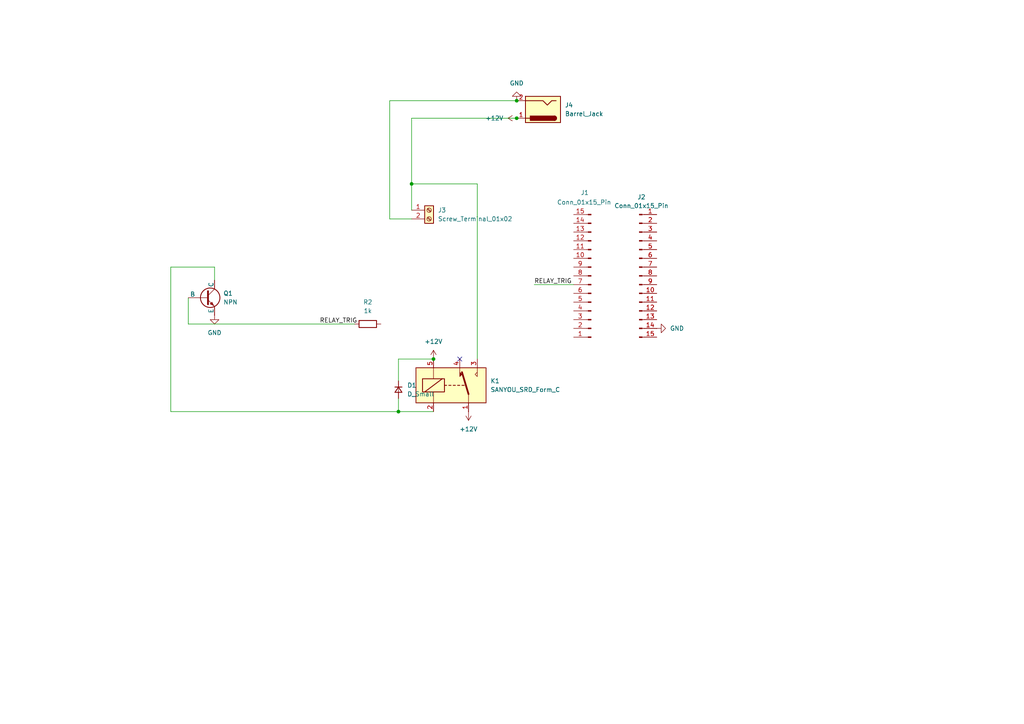
<source format=kicad_sch>
(kicad_sch
	(version 20250114)
	(generator "eeschema")
	(generator_version "9.0")
	(uuid "8fab0aa6-6836-424e-8c4e-ec3c82c1b929")
	(paper "A4")
	(lib_symbols
		(symbol "Connector:Barrel_Jack"
			(pin_names
				(offset 1.016)
			)
			(exclude_from_sim no)
			(in_bom yes)
			(on_board yes)
			(property "Reference" "J"
				(at 0 5.334 0)
				(effects
					(font
						(size 1.27 1.27)
					)
				)
			)
			(property "Value" "Barrel_Jack"
				(at 0 -5.08 0)
				(effects
					(font
						(size 1.27 1.27)
					)
				)
			)
			(property "Footprint" ""
				(at 1.27 -1.016 0)
				(effects
					(font
						(size 1.27 1.27)
					)
					(hide yes)
				)
			)
			(property "Datasheet" "~"
				(at 1.27 -1.016 0)
				(effects
					(font
						(size 1.27 1.27)
					)
					(hide yes)
				)
			)
			(property "Description" "DC Barrel Jack"
				(at 0 0 0)
				(effects
					(font
						(size 1.27 1.27)
					)
					(hide yes)
				)
			)
			(property "ki_keywords" "DC power barrel jack connector"
				(at 0 0 0)
				(effects
					(font
						(size 1.27 1.27)
					)
					(hide yes)
				)
			)
			(property "ki_fp_filters" "BarrelJack*"
				(at 0 0 0)
				(effects
					(font
						(size 1.27 1.27)
					)
					(hide yes)
				)
			)
			(symbol "Barrel_Jack_0_1"
				(rectangle
					(start -5.08 3.81)
					(end 5.08 -3.81)
					(stroke
						(width 0.254)
						(type default)
					)
					(fill
						(type background)
					)
				)
				(polyline
					(pts
						(xy -3.81 -2.54) (xy -2.54 -2.54) (xy -1.27 -1.27) (xy 0 -2.54) (xy 2.54 -2.54) (xy 5.08 -2.54)
					)
					(stroke
						(width 0.254)
						(type default)
					)
					(fill
						(type none)
					)
				)
				(arc
					(start -3.302 1.905)
					(mid -3.9343 2.54)
					(end -3.302 3.175)
					(stroke
						(width 0.254)
						(type default)
					)
					(fill
						(type none)
					)
				)
				(arc
					(start -3.302 1.905)
					(mid -3.9343 2.54)
					(end -3.302 3.175)
					(stroke
						(width 0.254)
						(type default)
					)
					(fill
						(type outline)
					)
				)
				(rectangle
					(start 3.683 3.175)
					(end -3.302 1.905)
					(stroke
						(width 0.254)
						(type default)
					)
					(fill
						(type outline)
					)
				)
				(polyline
					(pts
						(xy 5.08 2.54) (xy 3.81 2.54)
					)
					(stroke
						(width 0.254)
						(type default)
					)
					(fill
						(type none)
					)
				)
			)
			(symbol "Barrel_Jack_1_1"
				(pin passive line
					(at 7.62 2.54 180)
					(length 2.54)
					(name "~"
						(effects
							(font
								(size 1.27 1.27)
							)
						)
					)
					(number "1"
						(effects
							(font
								(size 1.27 1.27)
							)
						)
					)
				)
				(pin passive line
					(at 7.62 -2.54 180)
					(length 2.54)
					(name "~"
						(effects
							(font
								(size 1.27 1.27)
							)
						)
					)
					(number "2"
						(effects
							(font
								(size 1.27 1.27)
							)
						)
					)
				)
			)
			(embedded_fonts no)
		)
		(symbol "Connector:Conn_01x15_Pin"
			(pin_names
				(offset 1.016)
				(hide yes)
			)
			(exclude_from_sim no)
			(in_bom yes)
			(on_board yes)
			(property "Reference" "J"
				(at 0 20.32 0)
				(effects
					(font
						(size 1.27 1.27)
					)
				)
			)
			(property "Value" "Conn_01x15_Pin"
				(at 0 -20.32 0)
				(effects
					(font
						(size 1.27 1.27)
					)
				)
			)
			(property "Footprint" ""
				(at 0 0 0)
				(effects
					(font
						(size 1.27 1.27)
					)
					(hide yes)
				)
			)
			(property "Datasheet" "~"
				(at 0 0 0)
				(effects
					(font
						(size 1.27 1.27)
					)
					(hide yes)
				)
			)
			(property "Description" "Generic connector, single row, 01x15, script generated"
				(at 0 0 0)
				(effects
					(font
						(size 1.27 1.27)
					)
					(hide yes)
				)
			)
			(property "ki_locked" ""
				(at 0 0 0)
				(effects
					(font
						(size 1.27 1.27)
					)
				)
			)
			(property "ki_keywords" "connector"
				(at 0 0 0)
				(effects
					(font
						(size 1.27 1.27)
					)
					(hide yes)
				)
			)
			(property "ki_fp_filters" "Connector*:*_1x??_*"
				(at 0 0 0)
				(effects
					(font
						(size 1.27 1.27)
					)
					(hide yes)
				)
			)
			(symbol "Conn_01x15_Pin_1_1"
				(rectangle
					(start 0.8636 17.907)
					(end 0 17.653)
					(stroke
						(width 0.1524)
						(type default)
					)
					(fill
						(type outline)
					)
				)
				(rectangle
					(start 0.8636 15.367)
					(end 0 15.113)
					(stroke
						(width 0.1524)
						(type default)
					)
					(fill
						(type outline)
					)
				)
				(rectangle
					(start 0.8636 12.827)
					(end 0 12.573)
					(stroke
						(width 0.1524)
						(type default)
					)
					(fill
						(type outline)
					)
				)
				(rectangle
					(start 0.8636 10.287)
					(end 0 10.033)
					(stroke
						(width 0.1524)
						(type default)
					)
					(fill
						(type outline)
					)
				)
				(rectangle
					(start 0.8636 7.747)
					(end 0 7.493)
					(stroke
						(width 0.1524)
						(type default)
					)
					(fill
						(type outline)
					)
				)
				(rectangle
					(start 0.8636 5.207)
					(end 0 4.953)
					(stroke
						(width 0.1524)
						(type default)
					)
					(fill
						(type outline)
					)
				)
				(rectangle
					(start 0.8636 2.667)
					(end 0 2.413)
					(stroke
						(width 0.1524)
						(type default)
					)
					(fill
						(type outline)
					)
				)
				(rectangle
					(start 0.8636 0.127)
					(end 0 -0.127)
					(stroke
						(width 0.1524)
						(type default)
					)
					(fill
						(type outline)
					)
				)
				(rectangle
					(start 0.8636 -2.413)
					(end 0 -2.667)
					(stroke
						(width 0.1524)
						(type default)
					)
					(fill
						(type outline)
					)
				)
				(rectangle
					(start 0.8636 -4.953)
					(end 0 -5.207)
					(stroke
						(width 0.1524)
						(type default)
					)
					(fill
						(type outline)
					)
				)
				(rectangle
					(start 0.8636 -7.493)
					(end 0 -7.747)
					(stroke
						(width 0.1524)
						(type default)
					)
					(fill
						(type outline)
					)
				)
				(rectangle
					(start 0.8636 -10.033)
					(end 0 -10.287)
					(stroke
						(width 0.1524)
						(type default)
					)
					(fill
						(type outline)
					)
				)
				(rectangle
					(start 0.8636 -12.573)
					(end 0 -12.827)
					(stroke
						(width 0.1524)
						(type default)
					)
					(fill
						(type outline)
					)
				)
				(rectangle
					(start 0.8636 -15.113)
					(end 0 -15.367)
					(stroke
						(width 0.1524)
						(type default)
					)
					(fill
						(type outline)
					)
				)
				(rectangle
					(start 0.8636 -17.653)
					(end 0 -17.907)
					(stroke
						(width 0.1524)
						(type default)
					)
					(fill
						(type outline)
					)
				)
				(polyline
					(pts
						(xy 1.27 17.78) (xy 0.8636 17.78)
					)
					(stroke
						(width 0.1524)
						(type default)
					)
					(fill
						(type none)
					)
				)
				(polyline
					(pts
						(xy 1.27 15.24) (xy 0.8636 15.24)
					)
					(stroke
						(width 0.1524)
						(type default)
					)
					(fill
						(type none)
					)
				)
				(polyline
					(pts
						(xy 1.27 12.7) (xy 0.8636 12.7)
					)
					(stroke
						(width 0.1524)
						(type default)
					)
					(fill
						(type none)
					)
				)
				(polyline
					(pts
						(xy 1.27 10.16) (xy 0.8636 10.16)
					)
					(stroke
						(width 0.1524)
						(type default)
					)
					(fill
						(type none)
					)
				)
				(polyline
					(pts
						(xy 1.27 7.62) (xy 0.8636 7.62)
					)
					(stroke
						(width 0.1524)
						(type default)
					)
					(fill
						(type none)
					)
				)
				(polyline
					(pts
						(xy 1.27 5.08) (xy 0.8636 5.08)
					)
					(stroke
						(width 0.1524)
						(type default)
					)
					(fill
						(type none)
					)
				)
				(polyline
					(pts
						(xy 1.27 2.54) (xy 0.8636 2.54)
					)
					(stroke
						(width 0.1524)
						(type default)
					)
					(fill
						(type none)
					)
				)
				(polyline
					(pts
						(xy 1.27 0) (xy 0.8636 0)
					)
					(stroke
						(width 0.1524)
						(type default)
					)
					(fill
						(type none)
					)
				)
				(polyline
					(pts
						(xy 1.27 -2.54) (xy 0.8636 -2.54)
					)
					(stroke
						(width 0.1524)
						(type default)
					)
					(fill
						(type none)
					)
				)
				(polyline
					(pts
						(xy 1.27 -5.08) (xy 0.8636 -5.08)
					)
					(stroke
						(width 0.1524)
						(type default)
					)
					(fill
						(type none)
					)
				)
				(polyline
					(pts
						(xy 1.27 -7.62) (xy 0.8636 -7.62)
					)
					(stroke
						(width 0.1524)
						(type default)
					)
					(fill
						(type none)
					)
				)
				(polyline
					(pts
						(xy 1.27 -10.16) (xy 0.8636 -10.16)
					)
					(stroke
						(width 0.1524)
						(type default)
					)
					(fill
						(type none)
					)
				)
				(polyline
					(pts
						(xy 1.27 -12.7) (xy 0.8636 -12.7)
					)
					(stroke
						(width 0.1524)
						(type default)
					)
					(fill
						(type none)
					)
				)
				(polyline
					(pts
						(xy 1.27 -15.24) (xy 0.8636 -15.24)
					)
					(stroke
						(width 0.1524)
						(type default)
					)
					(fill
						(type none)
					)
				)
				(polyline
					(pts
						(xy 1.27 -17.78) (xy 0.8636 -17.78)
					)
					(stroke
						(width 0.1524)
						(type default)
					)
					(fill
						(type none)
					)
				)
				(pin passive line
					(at 5.08 17.78 180)
					(length 3.81)
					(name "Pin_1"
						(effects
							(font
								(size 1.27 1.27)
							)
						)
					)
					(number "1"
						(effects
							(font
								(size 1.27 1.27)
							)
						)
					)
				)
				(pin passive line
					(at 5.08 15.24 180)
					(length 3.81)
					(name "Pin_2"
						(effects
							(font
								(size 1.27 1.27)
							)
						)
					)
					(number "2"
						(effects
							(font
								(size 1.27 1.27)
							)
						)
					)
				)
				(pin passive line
					(at 5.08 12.7 180)
					(length 3.81)
					(name "Pin_3"
						(effects
							(font
								(size 1.27 1.27)
							)
						)
					)
					(number "3"
						(effects
							(font
								(size 1.27 1.27)
							)
						)
					)
				)
				(pin passive line
					(at 5.08 10.16 180)
					(length 3.81)
					(name "Pin_4"
						(effects
							(font
								(size 1.27 1.27)
							)
						)
					)
					(number "4"
						(effects
							(font
								(size 1.27 1.27)
							)
						)
					)
				)
				(pin passive line
					(at 5.08 7.62 180)
					(length 3.81)
					(name "Pin_5"
						(effects
							(font
								(size 1.27 1.27)
							)
						)
					)
					(number "5"
						(effects
							(font
								(size 1.27 1.27)
							)
						)
					)
				)
				(pin passive line
					(at 5.08 5.08 180)
					(length 3.81)
					(name "Pin_6"
						(effects
							(font
								(size 1.27 1.27)
							)
						)
					)
					(number "6"
						(effects
							(font
								(size 1.27 1.27)
							)
						)
					)
				)
				(pin passive line
					(at 5.08 2.54 180)
					(length 3.81)
					(name "Pin_7"
						(effects
							(font
								(size 1.27 1.27)
							)
						)
					)
					(number "7"
						(effects
							(font
								(size 1.27 1.27)
							)
						)
					)
				)
				(pin passive line
					(at 5.08 0 180)
					(length 3.81)
					(name "Pin_8"
						(effects
							(font
								(size 1.27 1.27)
							)
						)
					)
					(number "8"
						(effects
							(font
								(size 1.27 1.27)
							)
						)
					)
				)
				(pin passive line
					(at 5.08 -2.54 180)
					(length 3.81)
					(name "Pin_9"
						(effects
							(font
								(size 1.27 1.27)
							)
						)
					)
					(number "9"
						(effects
							(font
								(size 1.27 1.27)
							)
						)
					)
				)
				(pin passive line
					(at 5.08 -5.08 180)
					(length 3.81)
					(name "Pin_10"
						(effects
							(font
								(size 1.27 1.27)
							)
						)
					)
					(number "10"
						(effects
							(font
								(size 1.27 1.27)
							)
						)
					)
				)
				(pin passive line
					(at 5.08 -7.62 180)
					(length 3.81)
					(name "Pin_11"
						(effects
							(font
								(size 1.27 1.27)
							)
						)
					)
					(number "11"
						(effects
							(font
								(size 1.27 1.27)
							)
						)
					)
				)
				(pin passive line
					(at 5.08 -10.16 180)
					(length 3.81)
					(name "Pin_12"
						(effects
							(font
								(size 1.27 1.27)
							)
						)
					)
					(number "12"
						(effects
							(font
								(size 1.27 1.27)
							)
						)
					)
				)
				(pin passive line
					(at 5.08 -12.7 180)
					(length 3.81)
					(name "Pin_13"
						(effects
							(font
								(size 1.27 1.27)
							)
						)
					)
					(number "13"
						(effects
							(font
								(size 1.27 1.27)
							)
						)
					)
				)
				(pin passive line
					(at 5.08 -15.24 180)
					(length 3.81)
					(name "Pin_14"
						(effects
							(font
								(size 1.27 1.27)
							)
						)
					)
					(number "14"
						(effects
							(font
								(size 1.27 1.27)
							)
						)
					)
				)
				(pin passive line
					(at 5.08 -17.78 180)
					(length 3.81)
					(name "Pin_15"
						(effects
							(font
								(size 1.27 1.27)
							)
						)
					)
					(number "15"
						(effects
							(font
								(size 1.27 1.27)
							)
						)
					)
				)
			)
			(embedded_fonts no)
		)
		(symbol "Connector:Screw_Terminal_01x02"
			(pin_names
				(offset 1.016)
				(hide yes)
			)
			(exclude_from_sim no)
			(in_bom yes)
			(on_board yes)
			(property "Reference" "J"
				(at 0 2.54 0)
				(effects
					(font
						(size 1.27 1.27)
					)
				)
			)
			(property "Value" "Screw_Terminal_01x02"
				(at 0 -5.08 0)
				(effects
					(font
						(size 1.27 1.27)
					)
				)
			)
			(property "Footprint" ""
				(at 0 0 0)
				(effects
					(font
						(size 1.27 1.27)
					)
					(hide yes)
				)
			)
			(property "Datasheet" "~"
				(at 0 0 0)
				(effects
					(font
						(size 1.27 1.27)
					)
					(hide yes)
				)
			)
			(property "Description" "Generic screw terminal, single row, 01x02, script generated (kicad-library-utils/schlib/autogen/connector/)"
				(at 0 0 0)
				(effects
					(font
						(size 1.27 1.27)
					)
					(hide yes)
				)
			)
			(property "ki_keywords" "screw terminal"
				(at 0 0 0)
				(effects
					(font
						(size 1.27 1.27)
					)
					(hide yes)
				)
			)
			(property "ki_fp_filters" "TerminalBlock*:*"
				(at 0 0 0)
				(effects
					(font
						(size 1.27 1.27)
					)
					(hide yes)
				)
			)
			(symbol "Screw_Terminal_01x02_1_1"
				(rectangle
					(start -1.27 1.27)
					(end 1.27 -3.81)
					(stroke
						(width 0.254)
						(type default)
					)
					(fill
						(type background)
					)
				)
				(polyline
					(pts
						(xy -0.5334 0.3302) (xy 0.3302 -0.508)
					)
					(stroke
						(width 0.1524)
						(type default)
					)
					(fill
						(type none)
					)
				)
				(polyline
					(pts
						(xy -0.5334 -2.2098) (xy 0.3302 -3.048)
					)
					(stroke
						(width 0.1524)
						(type default)
					)
					(fill
						(type none)
					)
				)
				(polyline
					(pts
						(xy -0.3556 0.508) (xy 0.508 -0.3302)
					)
					(stroke
						(width 0.1524)
						(type default)
					)
					(fill
						(type none)
					)
				)
				(polyline
					(pts
						(xy -0.3556 -2.032) (xy 0.508 -2.8702)
					)
					(stroke
						(width 0.1524)
						(type default)
					)
					(fill
						(type none)
					)
				)
				(circle
					(center 0 0)
					(radius 0.635)
					(stroke
						(width 0.1524)
						(type default)
					)
					(fill
						(type none)
					)
				)
				(circle
					(center 0 -2.54)
					(radius 0.635)
					(stroke
						(width 0.1524)
						(type default)
					)
					(fill
						(type none)
					)
				)
				(pin passive line
					(at -5.08 0 0)
					(length 3.81)
					(name "Pin_1"
						(effects
							(font
								(size 1.27 1.27)
							)
						)
					)
					(number "1"
						(effects
							(font
								(size 1.27 1.27)
							)
						)
					)
				)
				(pin passive line
					(at -5.08 -2.54 0)
					(length 3.81)
					(name "Pin_2"
						(effects
							(font
								(size 1.27 1.27)
							)
						)
					)
					(number "2"
						(effects
							(font
								(size 1.27 1.27)
							)
						)
					)
				)
			)
			(embedded_fonts no)
		)
		(symbol "Device:D_Small"
			(pin_numbers
				(hide yes)
			)
			(pin_names
				(offset 0.254)
				(hide yes)
			)
			(exclude_from_sim no)
			(in_bom yes)
			(on_board yes)
			(property "Reference" "D"
				(at -1.27 2.032 0)
				(effects
					(font
						(size 1.27 1.27)
					)
					(justify left)
				)
			)
			(property "Value" "D_Small"
				(at -3.81 -2.032 0)
				(effects
					(font
						(size 1.27 1.27)
					)
					(justify left)
				)
			)
			(property "Footprint" ""
				(at 0 0 90)
				(effects
					(font
						(size 1.27 1.27)
					)
					(hide yes)
				)
			)
			(property "Datasheet" "~"
				(at 0 0 90)
				(effects
					(font
						(size 1.27 1.27)
					)
					(hide yes)
				)
			)
			(property "Description" "Diode, small symbol"
				(at 0 0 0)
				(effects
					(font
						(size 1.27 1.27)
					)
					(hide yes)
				)
			)
			(property "Sim.Device" "D"
				(at 0 0 0)
				(effects
					(font
						(size 1.27 1.27)
					)
					(hide yes)
				)
			)
			(property "Sim.Pins" "1=K 2=A"
				(at 0 0 0)
				(effects
					(font
						(size 1.27 1.27)
					)
					(hide yes)
				)
			)
			(property "ki_keywords" "diode"
				(at 0 0 0)
				(effects
					(font
						(size 1.27 1.27)
					)
					(hide yes)
				)
			)
			(property "ki_fp_filters" "TO-???* *_Diode_* *SingleDiode* D_*"
				(at 0 0 0)
				(effects
					(font
						(size 1.27 1.27)
					)
					(hide yes)
				)
			)
			(symbol "D_Small_0_1"
				(polyline
					(pts
						(xy -0.762 0) (xy 0.762 0)
					)
					(stroke
						(width 0)
						(type default)
					)
					(fill
						(type none)
					)
				)
				(polyline
					(pts
						(xy -0.762 -1.016) (xy -0.762 1.016)
					)
					(stroke
						(width 0.254)
						(type default)
					)
					(fill
						(type none)
					)
				)
				(polyline
					(pts
						(xy 0.762 -1.016) (xy -0.762 0) (xy 0.762 1.016) (xy 0.762 -1.016)
					)
					(stroke
						(width 0.254)
						(type default)
					)
					(fill
						(type none)
					)
				)
			)
			(symbol "D_Small_1_1"
				(pin passive line
					(at -2.54 0 0)
					(length 1.778)
					(name "K"
						(effects
							(font
								(size 1.27 1.27)
							)
						)
					)
					(number "1"
						(effects
							(font
								(size 1.27 1.27)
							)
						)
					)
				)
				(pin passive line
					(at 2.54 0 180)
					(length 1.778)
					(name "A"
						(effects
							(font
								(size 1.27 1.27)
							)
						)
					)
					(number "2"
						(effects
							(font
								(size 1.27 1.27)
							)
						)
					)
				)
			)
			(embedded_fonts no)
		)
		(symbol "Device:R"
			(pin_numbers
				(hide yes)
			)
			(pin_names
				(offset 0)
			)
			(exclude_from_sim no)
			(in_bom yes)
			(on_board yes)
			(property "Reference" "R"
				(at 2.032 0 90)
				(effects
					(font
						(size 1.27 1.27)
					)
				)
			)
			(property "Value" "R"
				(at 0 0 90)
				(effects
					(font
						(size 1.27 1.27)
					)
				)
			)
			(property "Footprint" ""
				(at -1.778 0 90)
				(effects
					(font
						(size 1.27 1.27)
					)
					(hide yes)
				)
			)
			(property "Datasheet" "~"
				(at 0 0 0)
				(effects
					(font
						(size 1.27 1.27)
					)
					(hide yes)
				)
			)
			(property "Description" "Resistor"
				(at 0 0 0)
				(effects
					(font
						(size 1.27 1.27)
					)
					(hide yes)
				)
			)
			(property "ki_keywords" "R res resistor"
				(at 0 0 0)
				(effects
					(font
						(size 1.27 1.27)
					)
					(hide yes)
				)
			)
			(property "ki_fp_filters" "R_*"
				(at 0 0 0)
				(effects
					(font
						(size 1.27 1.27)
					)
					(hide yes)
				)
			)
			(symbol "R_0_1"
				(rectangle
					(start -1.016 -2.54)
					(end 1.016 2.54)
					(stroke
						(width 0.254)
						(type default)
					)
					(fill
						(type none)
					)
				)
			)
			(symbol "R_1_1"
				(pin passive line
					(at 0 3.81 270)
					(length 1.27)
					(name "~"
						(effects
							(font
								(size 1.27 1.27)
							)
						)
					)
					(number "1"
						(effects
							(font
								(size 1.27 1.27)
							)
						)
					)
				)
				(pin passive line
					(at 0 -3.81 90)
					(length 1.27)
					(name "~"
						(effects
							(font
								(size 1.27 1.27)
							)
						)
					)
					(number "2"
						(effects
							(font
								(size 1.27 1.27)
							)
						)
					)
				)
			)
			(embedded_fonts no)
		)
		(symbol "Relay:SANYOU_SRD_Form_C"
			(exclude_from_sim no)
			(in_bom yes)
			(on_board yes)
			(property "Reference" "K"
				(at 11.43 3.81 0)
				(effects
					(font
						(size 1.27 1.27)
					)
					(justify left)
				)
			)
			(property "Value" "SANYOU_SRD_Form_C"
				(at 11.43 1.27 0)
				(effects
					(font
						(size 1.27 1.27)
					)
					(justify left)
				)
			)
			(property "Footprint" "Relay_THT:Relay_SPDT_SANYOU_SRD_Series_Form_C"
				(at 11.43 -1.27 0)
				(effects
					(font
						(size 1.27 1.27)
					)
					(justify left)
					(hide yes)
				)
			)
			(property "Datasheet" "http://www.sanyourelay.ca/public/products/pdf/SRD.pdf"
				(at 0 0 0)
				(effects
					(font
						(size 1.27 1.27)
					)
					(hide yes)
				)
			)
			(property "Description" "Sanyo SRD relay, Single Pole Miniature Power Relay,"
				(at 0 0 0)
				(effects
					(font
						(size 1.27 1.27)
					)
					(hide yes)
				)
			)
			(property "ki_keywords" "Single Pole Relay SPDT"
				(at 0 0 0)
				(effects
					(font
						(size 1.27 1.27)
					)
					(hide yes)
				)
			)
			(property "ki_fp_filters" "Relay*SPDT*SANYOU*SRD*Series*Form*C*"
				(at 0 0 0)
				(effects
					(font
						(size 1.27 1.27)
					)
					(hide yes)
				)
			)
			(symbol "SANYOU_SRD_Form_C_0_0"
				(polyline
					(pts
						(xy 7.62 5.08) (xy 7.62 2.54) (xy 6.985 3.175) (xy 7.62 3.81)
					)
					(stroke
						(width 0)
						(type default)
					)
					(fill
						(type none)
					)
				)
			)
			(symbol "SANYOU_SRD_Form_C_0_1"
				(rectangle
					(start -10.16 5.08)
					(end 10.16 -5.08)
					(stroke
						(width 0.254)
						(type default)
					)
					(fill
						(type background)
					)
				)
				(rectangle
					(start -8.255 1.905)
					(end -1.905 -1.905)
					(stroke
						(width 0.254)
						(type default)
					)
					(fill
						(type none)
					)
				)
				(polyline
					(pts
						(xy -7.62 -1.905) (xy -2.54 1.905)
					)
					(stroke
						(width 0.254)
						(type default)
					)
					(fill
						(type none)
					)
				)
				(polyline
					(pts
						(xy -5.08 5.08) (xy -5.08 1.905)
					)
					(stroke
						(width 0)
						(type default)
					)
					(fill
						(type none)
					)
				)
				(polyline
					(pts
						(xy -5.08 -5.08) (xy -5.08 -1.905)
					)
					(stroke
						(width 0)
						(type default)
					)
					(fill
						(type none)
					)
				)
				(polyline
					(pts
						(xy -1.905 0) (xy -1.27 0)
					)
					(stroke
						(width 0.254)
						(type default)
					)
					(fill
						(type none)
					)
				)
				(polyline
					(pts
						(xy -0.635 0) (xy 0 0)
					)
					(stroke
						(width 0.254)
						(type default)
					)
					(fill
						(type none)
					)
				)
				(polyline
					(pts
						(xy 0.635 0) (xy 1.27 0)
					)
					(stroke
						(width 0.254)
						(type default)
					)
					(fill
						(type none)
					)
				)
				(polyline
					(pts
						(xy 1.905 0) (xy 2.54 0)
					)
					(stroke
						(width 0.254)
						(type default)
					)
					(fill
						(type none)
					)
				)
				(polyline
					(pts
						(xy 3.175 0) (xy 3.81 0)
					)
					(stroke
						(width 0.254)
						(type default)
					)
					(fill
						(type none)
					)
				)
				(polyline
					(pts
						(xy 5.08 -2.54) (xy 3.175 3.81)
					)
					(stroke
						(width 0.508)
						(type default)
					)
					(fill
						(type none)
					)
				)
				(polyline
					(pts
						(xy 5.08 -2.54) (xy 5.08 -5.08)
					)
					(stroke
						(width 0)
						(type default)
					)
					(fill
						(type none)
					)
				)
			)
			(symbol "SANYOU_SRD_Form_C_1_1"
				(polyline
					(pts
						(xy 2.54 3.81) (xy 3.175 3.175) (xy 2.54 2.54) (xy 2.54 5.08)
					)
					(stroke
						(width 0)
						(type default)
					)
					(fill
						(type outline)
					)
				)
				(pin passive line
					(at -5.08 7.62 270)
					(length 2.54)
					(name "~"
						(effects
							(font
								(size 1.27 1.27)
							)
						)
					)
					(number "5"
						(effects
							(font
								(size 1.27 1.27)
							)
						)
					)
				)
				(pin passive line
					(at -5.08 -7.62 90)
					(length 2.54)
					(name "~"
						(effects
							(font
								(size 1.27 1.27)
							)
						)
					)
					(number "2"
						(effects
							(font
								(size 1.27 1.27)
							)
						)
					)
				)
				(pin passive line
					(at 2.54 7.62 270)
					(length 2.54)
					(name "~"
						(effects
							(font
								(size 1.27 1.27)
							)
						)
					)
					(number "4"
						(effects
							(font
								(size 1.27 1.27)
							)
						)
					)
				)
				(pin passive line
					(at 5.08 -7.62 90)
					(length 2.54)
					(name "~"
						(effects
							(font
								(size 1.27 1.27)
							)
						)
					)
					(number "1"
						(effects
							(font
								(size 1.27 1.27)
							)
						)
					)
				)
				(pin passive line
					(at 7.62 7.62 270)
					(length 2.54)
					(name "~"
						(effects
							(font
								(size 1.27 1.27)
							)
						)
					)
					(number "3"
						(effects
							(font
								(size 1.27 1.27)
							)
						)
					)
				)
			)
			(embedded_fonts no)
		)
		(symbol "Simulation_SPICE:NPN"
			(pin_numbers
				(hide yes)
			)
			(pin_names
				(offset 0)
			)
			(exclude_from_sim no)
			(in_bom yes)
			(on_board yes)
			(property "Reference" "Q"
				(at -2.54 7.62 0)
				(effects
					(font
						(size 1.27 1.27)
					)
				)
			)
			(property "Value" "NPN"
				(at -2.54 5.08 0)
				(effects
					(font
						(size 1.27 1.27)
					)
				)
			)
			(property "Footprint" ""
				(at 63.5 0 0)
				(effects
					(font
						(size 1.27 1.27)
					)
					(hide yes)
				)
			)
			(property "Datasheet" "https://ngspice.sourceforge.io/docs/ngspice-html-manual/manual.xhtml#cha_BJTs"
				(at 63.5 0 0)
				(effects
					(font
						(size 1.27 1.27)
					)
					(hide yes)
				)
			)
			(property "Description" "Bipolar transistor symbol for simulation only, substrate tied to the emitter"
				(at 0 0 0)
				(effects
					(font
						(size 1.27 1.27)
					)
					(hide yes)
				)
			)
			(property "Sim.Device" "NPN"
				(at 0 0 0)
				(effects
					(font
						(size 1.27 1.27)
					)
					(hide yes)
				)
			)
			(property "Sim.Type" "GUMMELPOON"
				(at 0 0 0)
				(effects
					(font
						(size 1.27 1.27)
					)
					(hide yes)
				)
			)
			(property "Sim.Pins" "1=C 2=B 3=E"
				(at 0 0 0)
				(effects
					(font
						(size 1.27 1.27)
					)
					(hide yes)
				)
			)
			(property "ki_keywords" "simulation"
				(at 0 0 0)
				(effects
					(font
						(size 1.27 1.27)
					)
					(hide yes)
				)
			)
			(symbol "NPN_0_1"
				(polyline
					(pts
						(xy -2.54 0) (xy 0.635 0)
					)
					(stroke
						(width 0.1524)
						(type default)
					)
					(fill
						(type none)
					)
				)
				(polyline
					(pts
						(xy 0.635 1.905) (xy 0.635 -1.905) (xy 0.635 -1.905)
					)
					(stroke
						(width 0.508)
						(type default)
					)
					(fill
						(type none)
					)
				)
				(polyline
					(pts
						(xy 0.635 0.635) (xy 2.54 2.54)
					)
					(stroke
						(width 0)
						(type default)
					)
					(fill
						(type none)
					)
				)
				(polyline
					(pts
						(xy 0.635 -0.635) (xy 2.54 -2.54) (xy 2.54 -2.54)
					)
					(stroke
						(width 0)
						(type default)
					)
					(fill
						(type none)
					)
				)
				(circle
					(center 1.27 0)
					(radius 2.8194)
					(stroke
						(width 0.254)
						(type default)
					)
					(fill
						(type none)
					)
				)
				(polyline
					(pts
						(xy 1.27 -1.778) (xy 1.778 -1.27) (xy 2.286 -2.286) (xy 1.27 -1.778) (xy 1.27 -1.778)
					)
					(stroke
						(width 0)
						(type default)
					)
					(fill
						(type outline)
					)
				)
				(polyline
					(pts
						(xy 2.794 -1.27) (xy 2.794 -1.27)
					)
					(stroke
						(width 0.1524)
						(type default)
					)
					(fill
						(type none)
					)
				)
				(polyline
					(pts
						(xy 2.794 -1.27) (xy 2.794 -1.27)
					)
					(stroke
						(width 0.1524)
						(type default)
					)
					(fill
						(type none)
					)
				)
			)
			(symbol "NPN_1_1"
				(pin input line
					(at -5.08 0 0)
					(length 2.54)
					(name "B"
						(effects
							(font
								(size 1.27 1.27)
							)
						)
					)
					(number "2"
						(effects
							(font
								(size 1.27 1.27)
							)
						)
					)
				)
				(pin open_collector line
					(at 2.54 5.08 270)
					(length 2.54)
					(name "C"
						(effects
							(font
								(size 1.27 1.27)
							)
						)
					)
					(number "1"
						(effects
							(font
								(size 1.27 1.27)
							)
						)
					)
				)
				(pin open_emitter line
					(at 2.54 -5.08 90)
					(length 2.54)
					(name "E"
						(effects
							(font
								(size 1.27 1.27)
							)
						)
					)
					(number "3"
						(effects
							(font
								(size 1.27 1.27)
							)
						)
					)
				)
			)
			(embedded_fonts no)
		)
		(symbol "power:+12V"
			(power)
			(pin_numbers
				(hide yes)
			)
			(pin_names
				(offset 0)
				(hide yes)
			)
			(exclude_from_sim no)
			(in_bom yes)
			(on_board yes)
			(property "Reference" "#PWR"
				(at 0 -3.81 0)
				(effects
					(font
						(size 1.27 1.27)
					)
					(hide yes)
				)
			)
			(property "Value" "+12V"
				(at 0 3.556 0)
				(effects
					(font
						(size 1.27 1.27)
					)
				)
			)
			(property "Footprint" ""
				(at 0 0 0)
				(effects
					(font
						(size 1.27 1.27)
					)
					(hide yes)
				)
			)
			(property "Datasheet" ""
				(at 0 0 0)
				(effects
					(font
						(size 1.27 1.27)
					)
					(hide yes)
				)
			)
			(property "Description" "Power symbol creates a global label with name \"+12V\""
				(at 0 0 0)
				(effects
					(font
						(size 1.27 1.27)
					)
					(hide yes)
				)
			)
			(property "ki_keywords" "global power"
				(at 0 0 0)
				(effects
					(font
						(size 1.27 1.27)
					)
					(hide yes)
				)
			)
			(symbol "+12V_0_1"
				(polyline
					(pts
						(xy -0.762 1.27) (xy 0 2.54)
					)
					(stroke
						(width 0)
						(type default)
					)
					(fill
						(type none)
					)
				)
				(polyline
					(pts
						(xy 0 2.54) (xy 0.762 1.27)
					)
					(stroke
						(width 0)
						(type default)
					)
					(fill
						(type none)
					)
				)
				(polyline
					(pts
						(xy 0 0) (xy 0 2.54)
					)
					(stroke
						(width 0)
						(type default)
					)
					(fill
						(type none)
					)
				)
			)
			(symbol "+12V_1_1"
				(pin power_in line
					(at 0 0 90)
					(length 0)
					(name "~"
						(effects
							(font
								(size 1.27 1.27)
							)
						)
					)
					(number "1"
						(effects
							(font
								(size 1.27 1.27)
							)
						)
					)
				)
			)
			(embedded_fonts no)
		)
		(symbol "power:GND"
			(power)
			(pin_numbers
				(hide yes)
			)
			(pin_names
				(offset 0)
				(hide yes)
			)
			(exclude_from_sim no)
			(in_bom yes)
			(on_board yes)
			(property "Reference" "#PWR"
				(at 0 -6.35 0)
				(effects
					(font
						(size 1.27 1.27)
					)
					(hide yes)
				)
			)
			(property "Value" "GND"
				(at 0 -3.81 0)
				(effects
					(font
						(size 1.27 1.27)
					)
				)
			)
			(property "Footprint" ""
				(at 0 0 0)
				(effects
					(font
						(size 1.27 1.27)
					)
					(hide yes)
				)
			)
			(property "Datasheet" ""
				(at 0 0 0)
				(effects
					(font
						(size 1.27 1.27)
					)
					(hide yes)
				)
			)
			(property "Description" "Power symbol creates a global label with name \"GND\" , ground"
				(at 0 0 0)
				(effects
					(font
						(size 1.27 1.27)
					)
					(hide yes)
				)
			)
			(property "ki_keywords" "global power"
				(at 0 0 0)
				(effects
					(font
						(size 1.27 1.27)
					)
					(hide yes)
				)
			)
			(symbol "GND_0_1"
				(polyline
					(pts
						(xy 0 0) (xy 0 -1.27) (xy 1.27 -1.27) (xy 0 -2.54) (xy -1.27 -1.27) (xy 0 -1.27)
					)
					(stroke
						(width 0)
						(type default)
					)
					(fill
						(type none)
					)
				)
			)
			(symbol "GND_1_1"
				(pin power_in line
					(at 0 0 270)
					(length 0)
					(name "~"
						(effects
							(font
								(size 1.27 1.27)
							)
						)
					)
					(number "1"
						(effects
							(font
								(size 1.27 1.27)
							)
						)
					)
				)
			)
			(embedded_fonts no)
		)
	)
	(junction
		(at 115.57 119.38)
		(diameter 0)
		(color 0 0 0 0)
		(uuid "5888182f-5577-4bc6-b11d-6b3b46b0b652")
	)
	(junction
		(at 149.86 29.21)
		(diameter 0)
		(color 0 0 0 0)
		(uuid "8b1fd970-1c18-47ae-ae23-34f3c304ac9e")
	)
	(junction
		(at 125.73 104.14)
		(diameter 0)
		(color 0 0 0 0)
		(uuid "8bc187cf-3eec-461f-b086-30b2f3483160")
	)
	(junction
		(at 119.38 53.34)
		(diameter 0)
		(color 0 0 0 0)
		(uuid "9213100b-ddc6-4aee-ad93-bf648d954610")
	)
	(junction
		(at 149.86 34.29)
		(diameter 0)
		(color 0 0 0 0)
		(uuid "f12646dc-21bb-454b-89f3-f18d2fa5ea8f")
	)
	(no_connect
		(at 133.35 104.14)
		(uuid "ada7c08b-8809-4955-9c17-d4f3666ce7c4")
	)
	(wire
		(pts
			(xy 115.57 110.49) (xy 115.57 104.14)
		)
		(stroke
			(width 0)
			(type default)
		)
		(uuid "01b398ed-9198-428e-a6a4-37d077423895")
	)
	(wire
		(pts
			(xy 149.86 34.29) (xy 152.4 34.29)
		)
		(stroke
			(width 0)
			(type default)
		)
		(uuid "11ef6215-2733-4f34-acd0-6ffa234961a6")
	)
	(wire
		(pts
			(xy 115.57 104.14) (xy 125.73 104.14)
		)
		(stroke
			(width 0)
			(type default)
		)
		(uuid "178c4cb1-7d6e-4799-9e22-207b377759df")
	)
	(wire
		(pts
			(xy 138.43 53.34) (xy 119.38 53.34)
		)
		(stroke
			(width 0)
			(type default)
		)
		(uuid "34ee9974-7471-43af-9fc3-936877b87c31")
	)
	(wire
		(pts
			(xy 54.61 86.36) (xy 54.61 93.98)
		)
		(stroke
			(width 0)
			(type default)
		)
		(uuid "3a0ab686-51b0-4e72-b418-6db0e5f12577")
	)
	(wire
		(pts
			(xy 54.61 93.98) (xy 102.87 93.98)
		)
		(stroke
			(width 0)
			(type default)
		)
		(uuid "3d033132-9538-4142-9b6d-691af29bb912")
	)
	(wire
		(pts
			(xy 115.57 119.38) (xy 125.73 119.38)
		)
		(stroke
			(width 0)
			(type default)
		)
		(uuid "42be201c-1516-4b3a-b321-6bac191d4df0")
	)
	(wire
		(pts
			(xy 154.94 82.55) (xy 166.37 82.55)
		)
		(stroke
			(width 0)
			(type default)
		)
		(uuid "486496b4-7a9e-43d6-98d1-1839b8dee843")
	)
	(wire
		(pts
			(xy 49.53 77.47) (xy 49.53 119.38)
		)
		(stroke
			(width 0)
			(type default)
		)
		(uuid "4870fa31-413e-4004-8bfb-7e01b89f1a61")
	)
	(wire
		(pts
			(xy 119.38 34.29) (xy 149.86 34.29)
		)
		(stroke
			(width 0)
			(type default)
		)
		(uuid "5f4ec8bd-ba95-4e4d-bfa3-3e3b89c2c485")
	)
	(wire
		(pts
			(xy 113.03 29.21) (xy 149.86 29.21)
		)
		(stroke
			(width 0)
			(type default)
		)
		(uuid "724629a4-c9a7-434a-a801-db3e5e5dee44")
	)
	(wire
		(pts
			(xy 62.23 77.47) (xy 49.53 77.47)
		)
		(stroke
			(width 0)
			(type default)
		)
		(uuid "73f14ceb-e881-4476-a563-0206898aa2b7")
	)
	(wire
		(pts
			(xy 138.43 104.14) (xy 138.43 53.34)
		)
		(stroke
			(width 0)
			(type default)
		)
		(uuid "77db0619-c158-4daa-824e-aefec8e990fb")
	)
	(wire
		(pts
			(xy 119.38 63.5) (xy 113.03 63.5)
		)
		(stroke
			(width 0)
			(type default)
		)
		(uuid "8def35ea-a04b-4fbb-afe6-cc9846a07283")
	)
	(wire
		(pts
			(xy 119.38 53.34) (xy 119.38 34.29)
		)
		(stroke
			(width 0)
			(type default)
		)
		(uuid "93a81799-b867-4d42-8729-f4ea42b5f1c4")
	)
	(wire
		(pts
			(xy 113.03 63.5) (xy 113.03 29.21)
		)
		(stroke
			(width 0)
			(type default)
		)
		(uuid "a520b066-62f0-4d37-840f-55ec3f388787")
	)
	(wire
		(pts
			(xy 49.53 119.38) (xy 115.57 119.38)
		)
		(stroke
			(width 0)
			(type default)
		)
		(uuid "ac31afc9-60ee-44b5-a340-f8cf4dc3e0c4")
	)
	(wire
		(pts
			(xy 115.57 115.57) (xy 115.57 119.38)
		)
		(stroke
			(width 0)
			(type default)
		)
		(uuid "bb30c583-9eb3-4002-bbb0-7c2b982b43ae")
	)
	(wire
		(pts
			(xy 119.38 60.96) (xy 119.38 53.34)
		)
		(stroke
			(width 0)
			(type default)
		)
		(uuid "ce84e93b-5116-4cb2-a312-db9457c2a38d")
	)
	(wire
		(pts
			(xy 62.23 81.28) (xy 62.23 77.47)
		)
		(stroke
			(width 0)
			(type default)
		)
		(uuid "ef198909-f82a-4e7e-9f3e-224eb99ca0ca")
	)
	(label "RELAY_TRIG"
		(at 154.94 82.55 0)
		(effects
			(font
				(size 1.27 1.27)
			)
			(justify left bottom)
		)
		(uuid "4d0575b3-eba5-4c44-ae93-068875336dde")
	)
	(label "RELAY_TRIG"
		(at 92.71 93.98 0)
		(effects
			(font
				(size 1.27 1.27)
			)
			(justify left bottom)
		)
		(uuid "734b86f3-abf4-427f-89bc-ab150a8a5abf")
	)
	(symbol
		(lib_id "power:GND")
		(at 190.5 95.25 90)
		(unit 1)
		(exclude_from_sim no)
		(in_bom yes)
		(on_board yes)
		(dnp no)
		(fields_autoplaced yes)
		(uuid "10f365b5-a060-4283-87bf-b605c95c8f16")
		(property "Reference" "#PWR01"
			(at 196.85 95.25 0)
			(effects
				(font
					(size 1.27 1.27)
				)
				(hide yes)
			)
		)
		(property "Value" "GND"
			(at 194.31 95.2499 90)
			(effects
				(font
					(size 1.27 1.27)
				)
				(justify right)
			)
		)
		(property "Footprint" ""
			(at 190.5 95.25 0)
			(effects
				(font
					(size 1.27 1.27)
				)
				(hide yes)
			)
		)
		(property "Datasheet" ""
			(at 190.5 95.25 0)
			(effects
				(font
					(size 1.27 1.27)
				)
				(hide yes)
			)
		)
		(property "Description" "Power symbol creates a global label with name \"GND\" , ground"
			(at 190.5 95.25 0)
			(effects
				(font
					(size 1.27 1.27)
				)
				(hide yes)
			)
		)
		(pin "1"
			(uuid "164d5270-2961-40c1-a0ff-f752e0e67099")
		)
		(instances
			(project ""
				(path "/8fab0aa6-6836-424e-8c4e-ec3c82c1b929"
					(reference "#PWR01")
					(unit 1)
				)
			)
		)
	)
	(symbol
		(lib_id "Simulation_SPICE:NPN")
		(at 59.69 86.36 0)
		(unit 1)
		(exclude_from_sim no)
		(in_bom yes)
		(on_board yes)
		(dnp no)
		(fields_autoplaced yes)
		(uuid "36f264ce-787d-401c-bf6c-f06acb253223")
		(property "Reference" "Q1"
			(at 64.77 85.0899 0)
			(effects
				(font
					(size 1.27 1.27)
				)
				(justify left)
			)
		)
		(property "Value" "NPN"
			(at 64.77 87.6299 0)
			(effects
				(font
					(size 1.27 1.27)
				)
				(justify left)
			)
		)
		(property "Footprint" "Package_TO_SOT_THT:TO-92_Inline"
			(at 123.19 86.36 0)
			(effects
				(font
					(size 1.27 1.27)
				)
				(hide yes)
			)
		)
		(property "Datasheet" "https://ngspice.sourceforge.io/docs/ngspice-html-manual/manual.xhtml#cha_BJTs"
			(at 123.19 86.36 0)
			(effects
				(font
					(size 1.27 1.27)
				)
				(hide yes)
			)
		)
		(property "Description" "Bipolar transistor symbol for simulation only, substrate tied to the emitter"
			(at 59.69 86.36 0)
			(effects
				(font
					(size 1.27 1.27)
				)
				(hide yes)
			)
		)
		(property "Sim.Device" "NPN"
			(at 59.69 86.36 0)
			(effects
				(font
					(size 1.27 1.27)
				)
				(hide yes)
			)
		)
		(property "Sim.Type" "GUMMELPOON"
			(at 59.69 86.36 0)
			(effects
				(font
					(size 1.27 1.27)
				)
				(hide yes)
			)
		)
		(property "Sim.Pins" "1=C 2=B 3=E"
			(at 59.69 86.36 0)
			(effects
				(font
					(size 1.27 1.27)
				)
				(hide yes)
			)
		)
		(pin "3"
			(uuid "bfc5af07-7f28-418a-81f0-0c1e666af329")
		)
		(pin "2"
			(uuid "93cf2e25-5f50-4b70-93ca-69148aa956f5")
		)
		(pin "1"
			(uuid "75c8def1-20ca-4e02-8bc5-ab028d8475aa")
		)
		(instances
			(project ""
				(path "/8fab0aa6-6836-424e-8c4e-ec3c82c1b929"
					(reference "Q1")
					(unit 1)
				)
			)
		)
	)
	(symbol
		(lib_id "Connector:Screw_Terminal_01x02")
		(at 124.46 60.96 0)
		(unit 1)
		(exclude_from_sim no)
		(in_bom yes)
		(on_board yes)
		(dnp no)
		(fields_autoplaced yes)
		(uuid "3cbffd7c-41c7-4977-95b3-cd5565b16ff7")
		(property "Reference" "J3"
			(at 127 60.9599 0)
			(effects
				(font
					(size 1.27 1.27)
				)
				(justify left)
			)
		)
		(property "Value" "Screw_Terminal_01x02"
			(at 127 63.4999 0)
			(effects
				(font
					(size 1.27 1.27)
				)
				(justify left)
			)
		)
		(property "Footprint" "TerminalBlock_Phoenix:TerminalBlock_Phoenix_MKDS-1,5-2-5.08_1x02_P5.08mm_Horizontal"
			(at 124.46 60.96 0)
			(effects
				(font
					(size 1.27 1.27)
				)
				(hide yes)
			)
		)
		(property "Datasheet" "~"
			(at 124.46 60.96 0)
			(effects
				(font
					(size 1.27 1.27)
				)
				(hide yes)
			)
		)
		(property "Description" "Generic screw terminal, single row, 01x02, script generated (kicad-library-utils/schlib/autogen/connector/)"
			(at 124.46 60.96 0)
			(effects
				(font
					(size 1.27 1.27)
				)
				(hide yes)
			)
		)
		(pin "2"
			(uuid "282c7f5f-30cb-4a9d-8e42-bbc203d9728d")
		)
		(pin "1"
			(uuid "99783978-d9de-43f7-a20a-5a7414cbfebd")
		)
		(instances
			(project ""
				(path "/8fab0aa6-6836-424e-8c4e-ec3c82c1b929"
					(reference "J3")
					(unit 1)
				)
			)
		)
	)
	(symbol
		(lib_id "Relay:SANYOU_SRD_Form_C")
		(at 130.81 111.76 0)
		(unit 1)
		(exclude_from_sim no)
		(in_bom yes)
		(on_board yes)
		(dnp no)
		(fields_autoplaced yes)
		(uuid "4e83127b-c110-4fea-bae5-a25785efc390")
		(property "Reference" "K1"
			(at 142.24 110.4899 0)
			(effects
				(font
					(size 1.27 1.27)
				)
				(justify left)
			)
		)
		(property "Value" "SANYOU_SRD_Form_C"
			(at 142.24 113.0299 0)
			(effects
				(font
					(size 1.27 1.27)
				)
				(justify left)
			)
		)
		(property "Footprint" "Relay_THT:Relay_SPDT_SANYOU_SRD_Series_Form_C"
			(at 142.24 113.03 0)
			(effects
				(font
					(size 1.27 1.27)
				)
				(justify left)
				(hide yes)
			)
		)
		(property "Datasheet" "http://www.sanyourelay.ca/public/products/pdf/SRD.pdf"
			(at 130.81 111.76 0)
			(effects
				(font
					(size 1.27 1.27)
				)
				(hide yes)
			)
		)
		(property "Description" "Sanyo SRD relay, Single Pole Miniature Power Relay,"
			(at 130.81 111.76 0)
			(effects
				(font
					(size 1.27 1.27)
				)
				(hide yes)
			)
		)
		(pin "4"
			(uuid "604e2d04-1f15-4d55-a798-25138e0801c3")
		)
		(pin "2"
			(uuid "e96f9062-dd9c-4095-acb9-246414a1d45e")
		)
		(pin "1"
			(uuid "273bea25-9d5c-4088-84e3-2be22c99fa94")
		)
		(pin "3"
			(uuid "d97e4f5d-d46b-4a94-8ae0-df016d37efcd")
		)
		(pin "5"
			(uuid "aaa69688-4a79-4d92-8fc3-0a703571bc19")
		)
		(instances
			(project ""
				(path "/8fab0aa6-6836-424e-8c4e-ec3c82c1b929"
					(reference "K1")
					(unit 1)
				)
			)
		)
	)
	(symbol
		(lib_id "power:GND")
		(at 149.86 29.21 180)
		(unit 1)
		(exclude_from_sim no)
		(in_bom yes)
		(on_board yes)
		(dnp no)
		(fields_autoplaced yes)
		(uuid "65e3d6db-1c48-4ece-8a4a-89af52f036ac")
		(property "Reference" "#PWR03"
			(at 149.86 22.86 0)
			(effects
				(font
					(size 1.27 1.27)
				)
				(hide yes)
			)
		)
		(property "Value" "GND"
			(at 149.86 24.13 0)
			(effects
				(font
					(size 1.27 1.27)
				)
			)
		)
		(property "Footprint" ""
			(at 149.86 29.21 0)
			(effects
				(font
					(size 1.27 1.27)
				)
				(hide yes)
			)
		)
		(property "Datasheet" ""
			(at 149.86 29.21 0)
			(effects
				(font
					(size 1.27 1.27)
				)
				(hide yes)
			)
		)
		(property "Description" "Power symbol creates a global label with name \"GND\" , ground"
			(at 149.86 29.21 0)
			(effects
				(font
					(size 1.27 1.27)
				)
				(hide yes)
			)
		)
		(pin "1"
			(uuid "0fdff07a-584d-4302-af41-70cbe4719117")
		)
		(instances
			(project "Smart_Safe_PCB"
				(path "/8fab0aa6-6836-424e-8c4e-ec3c82c1b929"
					(reference "#PWR03")
					(unit 1)
				)
			)
		)
	)
	(symbol
		(lib_id "Connector:Conn_01x15_Pin")
		(at 171.45 80.01 180)
		(unit 1)
		(exclude_from_sim no)
		(in_bom yes)
		(on_board yes)
		(dnp no)
		(uuid "7ae3f03e-435c-4d19-8775-befa2b8774af")
		(property "Reference" "J1"
			(at 168.402 55.88 0)
			(effects
				(font
					(size 1.27 1.27)
				)
				(justify right)
			)
		)
		(property "Value" "Conn_01x15_Pin"
			(at 161.544 58.674 0)
			(effects
				(font
					(size 1.27 1.27)
				)
				(justify right)
			)
		)
		(property "Footprint" "Connector_PinHeader_2.54mm:PinHeader_1x15_P2.54mm_Vertical"
			(at 171.45 80.01 0)
			(effects
				(font
					(size 1.27 1.27)
				)
				(hide yes)
			)
		)
		(property "Datasheet" "~"
			(at 171.45 80.01 0)
			(effects
				(font
					(size 1.27 1.27)
				)
				(hide yes)
			)
		)
		(property "Description" "Generic connector, single row, 01x15, script generated"
			(at 171.45 80.01 0)
			(effects
				(font
					(size 1.27 1.27)
				)
				(hide yes)
			)
		)
		(pin "9"
			(uuid "70b26533-76e3-486c-8a3b-9bf6be050e79")
		)
		(pin "5"
			(uuid "65d690e3-fc88-4247-925a-b206eb892357")
		)
		(pin "4"
			(uuid "32ca946c-0b05-485b-a4cc-b06fa009d26d")
		)
		(pin "2"
			(uuid "509713ec-3033-4cdd-bf95-48a9ca77f293")
		)
		(pin "6"
			(uuid "34b5c8d9-ebc4-4fb6-90e9-0d056730a2d1")
		)
		(pin "7"
			(uuid "1082ecd5-fe66-4fe7-a9cd-f833e70d9b73")
		)
		(pin "10"
			(uuid "27fd8464-ce5e-4031-8c6b-b7fdb0a5a169")
		)
		(pin "3"
			(uuid "d1181d8c-597c-4b92-a969-4afc80547742")
		)
		(pin "8"
			(uuid "bc1e8166-5901-4efe-a736-35e30b92c9bd")
		)
		(pin "13"
			(uuid "be1f4eae-cbac-4472-a74f-a06ff0be6e0b")
		)
		(pin "1"
			(uuid "20bb9bda-8d5a-453d-bbe9-076da239e031")
		)
		(pin "14"
			(uuid "760e402f-8d05-4186-8dbf-c92b9684991b")
		)
		(pin "12"
			(uuid "d5592033-9dac-4a4c-82c1-024eb86725f6")
		)
		(pin "11"
			(uuid "9348cb69-2445-4e1d-92ae-a09c7d9d793e")
		)
		(pin "15"
			(uuid "3f2789dd-daae-42a5-9818-33067a52fdbb")
		)
		(instances
			(project ""
				(path "/8fab0aa6-6836-424e-8c4e-ec3c82c1b929"
					(reference "J1")
					(unit 1)
				)
			)
		)
	)
	(symbol
		(lib_id "power:GND")
		(at 62.23 91.44 0)
		(unit 1)
		(exclude_from_sim no)
		(in_bom yes)
		(on_board yes)
		(dnp no)
		(fields_autoplaced yes)
		(uuid "99632390-aadb-45ff-afb9-afd382c579c0")
		(property "Reference" "#PWR02"
			(at 62.23 97.79 0)
			(effects
				(font
					(size 1.27 1.27)
				)
				(hide yes)
			)
		)
		(property "Value" "GND"
			(at 62.23 96.52 0)
			(effects
				(font
					(size 1.27 1.27)
				)
			)
		)
		(property "Footprint" ""
			(at 62.23 91.44 0)
			(effects
				(font
					(size 1.27 1.27)
				)
				(hide yes)
			)
		)
		(property "Datasheet" ""
			(at 62.23 91.44 0)
			(effects
				(font
					(size 1.27 1.27)
				)
				(hide yes)
			)
		)
		(property "Description" "Power symbol creates a global label with name \"GND\" , ground"
			(at 62.23 91.44 0)
			(effects
				(font
					(size 1.27 1.27)
				)
				(hide yes)
			)
		)
		(pin "1"
			(uuid "4786df00-9098-48fc-b5be-c0833ee8af76")
		)
		(instances
			(project ""
				(path "/8fab0aa6-6836-424e-8c4e-ec3c82c1b929"
					(reference "#PWR02")
					(unit 1)
				)
			)
		)
	)
	(symbol
		(lib_id "power:+12V")
		(at 149.86 34.29 90)
		(unit 1)
		(exclude_from_sim no)
		(in_bom yes)
		(on_board yes)
		(dnp no)
		(fields_autoplaced yes)
		(uuid "a5f0e8f6-7b1f-4544-9e0e-e1719a4ca603")
		(property "Reference" "#PWR04"
			(at 153.67 34.29 0)
			(effects
				(font
					(size 1.27 1.27)
				)
				(hide yes)
			)
		)
		(property "Value" "+12V"
			(at 146.05 34.2899 90)
			(effects
				(font
					(size 1.27 1.27)
				)
				(justify left)
			)
		)
		(property "Footprint" ""
			(at 149.86 34.29 0)
			(effects
				(font
					(size 1.27 1.27)
				)
				(hide yes)
			)
		)
		(property "Datasheet" ""
			(at 149.86 34.29 0)
			(effects
				(font
					(size 1.27 1.27)
				)
				(hide yes)
			)
		)
		(property "Description" "Power symbol creates a global label with name \"+12V\""
			(at 149.86 34.29 0)
			(effects
				(font
					(size 1.27 1.27)
				)
				(hide yes)
			)
		)
		(pin "1"
			(uuid "d8caeac3-3168-474f-8ff5-97d14232842d")
		)
		(instances
			(project ""
				(path "/8fab0aa6-6836-424e-8c4e-ec3c82c1b929"
					(reference "#PWR04")
					(unit 1)
				)
			)
		)
	)
	(symbol
		(lib_id "power:+12V")
		(at 135.89 119.38 180)
		(unit 1)
		(exclude_from_sim no)
		(in_bom yes)
		(on_board yes)
		(dnp no)
		(fields_autoplaced yes)
		(uuid "be7df18d-0ef3-44de-8902-dcfc803eda72")
		(property "Reference" "#PWR06"
			(at 135.89 115.57 0)
			(effects
				(font
					(size 1.27 1.27)
				)
				(hide yes)
			)
		)
		(property "Value" "+12V"
			(at 135.89 124.46 0)
			(effects
				(font
					(size 1.27 1.27)
				)
			)
		)
		(property "Footprint" ""
			(at 135.89 119.38 0)
			(effects
				(font
					(size 1.27 1.27)
				)
				(hide yes)
			)
		)
		(property "Datasheet" ""
			(at 135.89 119.38 0)
			(effects
				(font
					(size 1.27 1.27)
				)
				(hide yes)
			)
		)
		(property "Description" "Power symbol creates a global label with name \"+12V\""
			(at 135.89 119.38 0)
			(effects
				(font
					(size 1.27 1.27)
				)
				(hide yes)
			)
		)
		(pin "1"
			(uuid "1c530433-7ac8-41b1-aa44-0d9e2b1c7c9a")
		)
		(instances
			(project ""
				(path "/8fab0aa6-6836-424e-8c4e-ec3c82c1b929"
					(reference "#PWR06")
					(unit 1)
				)
			)
		)
	)
	(symbol
		(lib_id "Device:D_Small")
		(at 115.57 113.03 270)
		(unit 1)
		(exclude_from_sim no)
		(in_bom yes)
		(on_board yes)
		(dnp no)
		(fields_autoplaced yes)
		(uuid "c3932926-e185-42cc-bb4b-db001a7b312c")
		(property "Reference" "D1"
			(at 118.11 111.7599 90)
			(effects
				(font
					(size 1.27 1.27)
				)
				(justify left)
			)
		)
		(property "Value" "D_Small"
			(at 118.11 114.2999 90)
			(effects
				(font
					(size 1.27 1.27)
				)
				(justify left)
			)
		)
		(property "Footprint" "Diode_THT:D_DO-41_SOD81_P10.16mm_Horizontal"
			(at 115.57 113.03 90)
			(effects
				(font
					(size 1.27 1.27)
				)
				(hide yes)
			)
		)
		(property "Datasheet" "~"
			(at 115.57 113.03 90)
			(effects
				(font
					(size 1.27 1.27)
				)
				(hide yes)
			)
		)
		(property "Description" "Diode, small symbol"
			(at 115.57 113.03 0)
			(effects
				(font
					(size 1.27 1.27)
				)
				(hide yes)
			)
		)
		(property "Sim.Device" "D"
			(at 115.57 113.03 0)
			(effects
				(font
					(size 1.27 1.27)
				)
				(hide yes)
			)
		)
		(property "Sim.Pins" "1=K 2=A"
			(at 115.57 113.03 0)
			(effects
				(font
					(size 1.27 1.27)
				)
				(hide yes)
			)
		)
		(pin "1"
			(uuid "de222094-fefb-4dd3-b096-f38587e8c458")
		)
		(pin "2"
			(uuid "9b832fc4-14dd-4cb3-86e8-2ef6d6b75aec")
		)
		(instances
			(project ""
				(path "/8fab0aa6-6836-424e-8c4e-ec3c82c1b929"
					(reference "D1")
					(unit 1)
				)
			)
		)
	)
	(symbol
		(lib_id "Connector:Conn_01x15_Pin")
		(at 185.42 80.01 0)
		(unit 1)
		(exclude_from_sim no)
		(in_bom yes)
		(on_board yes)
		(dnp no)
		(fields_autoplaced yes)
		(uuid "c4a8e01a-8970-4b58-86ea-daa1b36d5451")
		(property "Reference" "J2"
			(at 186.055 57.15 0)
			(effects
				(font
					(size 1.27 1.27)
				)
			)
		)
		(property "Value" "Conn_01x15_Pin"
			(at 186.055 59.69 0)
			(effects
				(font
					(size 1.27 1.27)
				)
			)
		)
		(property "Footprint" "Connector_PinHeader_2.54mm:PinHeader_1x15_P2.54mm_Vertical"
			(at 185.42 80.01 0)
			(effects
				(font
					(size 1.27 1.27)
				)
				(hide yes)
			)
		)
		(property "Datasheet" "~"
			(at 185.42 80.01 0)
			(effects
				(font
					(size 1.27 1.27)
				)
				(hide yes)
			)
		)
		(property "Description" "Generic connector, single row, 01x15, script generated"
			(at 185.42 80.01 0)
			(effects
				(font
					(size 1.27 1.27)
				)
				(hide yes)
			)
		)
		(pin "8"
			(uuid "6c3160a4-1264-416b-915f-e5ebacb61a06")
		)
		(pin "11"
			(uuid "c803ac0e-03a8-458c-809f-85fa97415027")
		)
		(pin "13"
			(uuid "6a8e4ac2-e8db-4394-a531-b68e38f82d87")
		)
		(pin "3"
			(uuid "55a011cf-784d-4a2d-821a-1f04a58df1b1")
		)
		(pin "5"
			(uuid "a83f543d-337b-4e19-8b1d-aeb2bc7ccbc0")
		)
		(pin "10"
			(uuid "c14b05d2-3434-4ad0-ba55-46800b92775e")
		)
		(pin "4"
			(uuid "4c53f626-c1db-4445-84c9-0dd7aa1e5af0")
		)
		(pin "14"
			(uuid "4a952310-05e9-47b9-bb1b-24425eb430d5")
		)
		(pin "15"
			(uuid "459e0b3f-0d24-4817-99e7-a3c15a8780a8")
		)
		(pin "1"
			(uuid "1034b89a-df0e-4dbb-aa2a-ab0186bd4483")
		)
		(pin "2"
			(uuid "68cb0f37-a345-419d-8aa1-796086de0a5f")
		)
		(pin "9"
			(uuid "edabddfa-3fb7-436e-bb8a-174fa5ed77d5")
		)
		(pin "6"
			(uuid "e79075df-53d8-40a8-b922-042b8075248f")
		)
		(pin "12"
			(uuid "47bd80e5-6a03-426c-ba25-7d0b23eff6e3")
		)
		(pin "7"
			(uuid "e85ee1c4-d165-4ecf-83b2-b6ff127b3aad")
		)
		(instances
			(project ""
				(path "/8fab0aa6-6836-424e-8c4e-ec3c82c1b929"
					(reference "J2")
					(unit 1)
				)
			)
		)
	)
	(symbol
		(lib_id "power:+12V")
		(at 125.73 104.14 0)
		(unit 1)
		(exclude_from_sim no)
		(in_bom yes)
		(on_board yes)
		(dnp no)
		(fields_autoplaced yes)
		(uuid "d34c60e3-819d-4905-b233-febb4bffd81d")
		(property "Reference" "#PWR05"
			(at 125.73 107.95 0)
			(effects
				(font
					(size 1.27 1.27)
				)
				(hide yes)
			)
		)
		(property "Value" "+12V"
			(at 125.73 99.06 0)
			(effects
				(font
					(size 1.27 1.27)
				)
			)
		)
		(property "Footprint" ""
			(at 125.73 104.14 0)
			(effects
				(font
					(size 1.27 1.27)
				)
				(hide yes)
			)
		)
		(property "Datasheet" ""
			(at 125.73 104.14 0)
			(effects
				(font
					(size 1.27 1.27)
				)
				(hide yes)
			)
		)
		(property "Description" "Power symbol creates a global label with name \"+12V\""
			(at 125.73 104.14 0)
			(effects
				(font
					(size 1.27 1.27)
				)
				(hide yes)
			)
		)
		(pin "1"
			(uuid "55a1b3df-7768-4066-8907-ed917f1195cd")
		)
		(instances
			(project ""
				(path "/8fab0aa6-6836-424e-8c4e-ec3c82c1b929"
					(reference "#PWR05")
					(unit 1)
				)
			)
		)
	)
	(symbol
		(lib_id "Device:R")
		(at 106.68 93.98 90)
		(unit 1)
		(exclude_from_sim no)
		(in_bom yes)
		(on_board yes)
		(dnp no)
		(fields_autoplaced yes)
		(uuid "d4468cde-8a3b-4c25-97d9-c4c3ffa95d0c")
		(property "Reference" "R2"
			(at 106.68 87.63 90)
			(effects
				(font
					(size 1.27 1.27)
				)
			)
		)
		(property "Value" "1k"
			(at 106.68 90.17 90)
			(effects
				(font
					(size 1.27 1.27)
				)
			)
		)
		(property "Footprint" "Resistor_THT:R_Axial_DIN0207_L6.3mm_D2.5mm_P7.62mm_Horizontal"
			(at 106.68 95.758 90)
			(effects
				(font
					(size 1.27 1.27)
				)
				(hide yes)
			)
		)
		(property "Datasheet" "~"
			(at 106.68 93.98 0)
			(effects
				(font
					(size 1.27 1.27)
				)
				(hide yes)
			)
		)
		(property "Description" "Resistor"
			(at 106.68 93.98 0)
			(effects
				(font
					(size 1.27 1.27)
				)
				(hide yes)
			)
		)
		(pin "1"
			(uuid "c332da1a-8762-4e7d-b95c-d1859f094f62")
		)
		(pin "2"
			(uuid "02dc7cda-38f5-4252-aa26-848a5b284203")
		)
		(instances
			(project ""
				(path "/8fab0aa6-6836-424e-8c4e-ec3c82c1b929"
					(reference "R2")
					(unit 1)
				)
			)
		)
	)
	(symbol
		(lib_id "Connector:Barrel_Jack")
		(at 157.48 31.75 180)
		(unit 1)
		(exclude_from_sim no)
		(in_bom yes)
		(on_board yes)
		(dnp no)
		(fields_autoplaced yes)
		(uuid "da6f0665-b683-40f5-9525-7a121036d6cc")
		(property "Reference" "J4"
			(at 163.83 30.4799 0)
			(effects
				(font
					(size 1.27 1.27)
				)
				(justify right)
			)
		)
		(property "Value" "Barrel_Jack"
			(at 163.83 33.0199 0)
			(effects
				(font
					(size 1.27 1.27)
				)
				(justify right)
			)
		)
		(property "Footprint" "TerminalBlock_Phoenix:TerminalBlock_Phoenix_MKDS-1,5-2-5.08_1x02_P5.08mm_Horizontal"
			(at 156.21 30.734 0)
			(effects
				(font
					(size 1.27 1.27)
				)
				(hide yes)
			)
		)
		(property "Datasheet" "~"
			(at 156.21 30.734 0)
			(effects
				(font
					(size 1.27 1.27)
				)
				(hide yes)
			)
		)
		(property "Description" "DC Barrel Jack"
			(at 157.48 31.75 0)
			(effects
				(font
					(size 1.27 1.27)
				)
				(hide yes)
			)
		)
		(pin "1"
			(uuid "1b979eff-0770-4fe8-8cd1-28476a511861")
		)
		(pin "2"
			(uuid "3c8b4a8d-4e03-4d53-907a-6a229e8a7534")
		)
		(instances
			(project ""
				(path "/8fab0aa6-6836-424e-8c4e-ec3c82c1b929"
					(reference "J4")
					(unit 1)
				)
			)
		)
	)
	(sheet_instances
		(path "/"
			(page "1")
		)
	)
	(embedded_fonts no)
)

</source>
